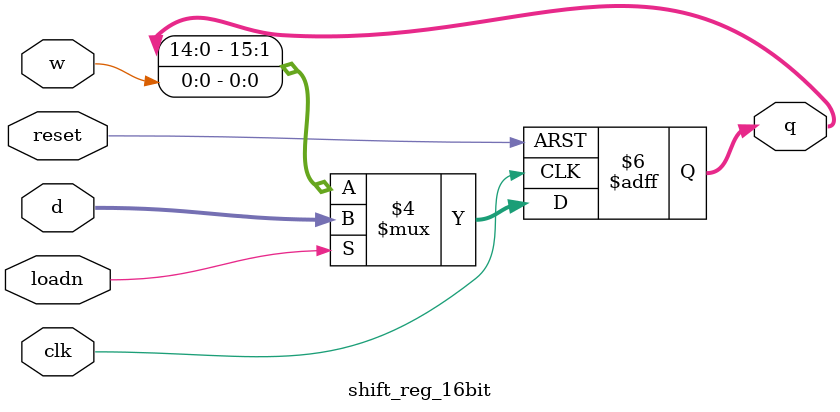
<source format=v>
module shift_reg_16bit(input w,clk,reset,loadn,input[15:0] d,output reg[15:0] q);
  always@(posedge clk,negedge reset)
		begin
      if(!reset)
        q<=0;
      else if(loadn)
        q<=d;
      else
        begin
          q <= {q[14:0],w};
        end
		end
endmodule

</source>
